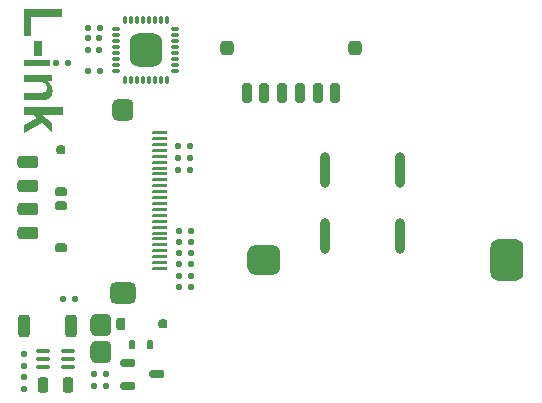
<source format=gts>
G04*
G04 #@! TF.GenerationSoftware,Altium Limited,Altium Designer,20.0.13 (296)*
G04*
G04 Layer_Color=8388736*
%FSLAX25Y25*%
%MOIN*%
G70*
G01*
G75*
G04:AMPARAMS|DCode=21|XSize=40mil|YSize=74mil|CornerRadius=10mil|HoleSize=0mil|Usage=FLASHONLY|Rotation=180.000|XOffset=0mil|YOffset=0mil|HoleType=Round|Shape=RoundedRectangle|*
%AMROUNDEDRECTD21*
21,1,0.04000,0.05400,0,0,180.0*
21,1,0.02000,0.07400,0,0,180.0*
1,1,0.02000,-0.01000,0.02700*
1,1,0.02000,0.01000,0.02700*
1,1,0.02000,0.01000,-0.02700*
1,1,0.02000,-0.01000,-0.02700*
%
%ADD21ROUNDEDRECTD21*%
G04:AMPARAMS|DCode=22|XSize=110mil|YSize=140mil|CornerRadius=27.5mil|HoleSize=0mil|Usage=FLASHONLY|Rotation=0.000|XOffset=0mil|YOffset=0mil|HoleType=Round|Shape=RoundedRectangle|*
%AMROUNDEDRECTD22*
21,1,0.11000,0.08500,0,0,0.0*
21,1,0.05500,0.14000,0,0,0.0*
1,1,0.05500,0.02750,-0.04250*
1,1,0.05500,-0.02750,-0.04250*
1,1,0.05500,-0.02750,0.04250*
1,1,0.05500,0.02750,0.04250*
%
%ADD22ROUNDEDRECTD22*%
G04:AMPARAMS|DCode=23|XSize=110mil|YSize=100mil|CornerRadius=25mil|HoleSize=0mil|Usage=FLASHONLY|Rotation=0.000|XOffset=0mil|YOffset=0mil|HoleType=Round|Shape=RoundedRectangle|*
%AMROUNDEDRECTD23*
21,1,0.11000,0.05000,0,0,0.0*
21,1,0.06000,0.10000,0,0,0.0*
1,1,0.05000,0.03000,-0.02500*
1,1,0.05000,-0.03000,-0.02500*
1,1,0.05000,-0.03000,0.02500*
1,1,0.05000,0.03000,0.02500*
%
%ADD23ROUNDEDRECTD23*%
G04:AMPARAMS|DCode=24|XSize=20mil|YSize=20mil|CornerRadius=5mil|HoleSize=0mil|Usage=FLASHONLY|Rotation=270.000|XOffset=0mil|YOffset=0mil|HoleType=Round|Shape=RoundedRectangle|*
%AMROUNDEDRECTD24*
21,1,0.02000,0.01000,0,0,270.0*
21,1,0.01000,0.02000,0,0,270.0*
1,1,0.01000,-0.00500,-0.00500*
1,1,0.01000,-0.00500,0.00500*
1,1,0.01000,0.00500,0.00500*
1,1,0.01000,0.00500,-0.00500*
%
%ADD24ROUNDEDRECTD24*%
G04:AMPARAMS|DCode=25|XSize=23.62mil|YSize=50mil|CornerRadius=5.91mil|HoleSize=0mil|Usage=FLASHONLY|Rotation=90.000|XOffset=0mil|YOffset=0mil|HoleType=Round|Shape=RoundedRectangle|*
%AMROUNDEDRECTD25*
21,1,0.02362,0.03819,0,0,90.0*
21,1,0.01181,0.05000,0,0,90.0*
1,1,0.01181,0.01909,0.00591*
1,1,0.01181,0.01909,-0.00591*
1,1,0.01181,-0.01909,-0.00591*
1,1,0.01181,-0.01909,0.00591*
%
%ADD25ROUNDEDRECTD25*%
G04:AMPARAMS|DCode=26|XSize=51.18mil|YSize=35.43mil|CornerRadius=8.86mil|HoleSize=0mil|Usage=FLASHONLY|Rotation=270.000|XOffset=0mil|YOffset=0mil|HoleType=Round|Shape=RoundedRectangle|*
%AMROUNDEDRECTD26*
21,1,0.05118,0.01772,0,0,270.0*
21,1,0.03347,0.03543,0,0,270.0*
1,1,0.01772,-0.00886,-0.01673*
1,1,0.01772,-0.00886,0.01673*
1,1,0.01772,0.00886,0.01673*
1,1,0.01772,0.00886,-0.01673*
%
%ADD26ROUNDEDRECTD26*%
G04:AMPARAMS|DCode=27|XSize=20mil|YSize=20mil|CornerRadius=5mil|HoleSize=0mil|Usage=FLASHONLY|Rotation=180.000|XOffset=0mil|YOffset=0mil|HoleType=Round|Shape=RoundedRectangle|*
%AMROUNDEDRECTD27*
21,1,0.02000,0.01000,0,0,180.0*
21,1,0.01000,0.02000,0,0,180.0*
1,1,0.01000,-0.00500,0.00500*
1,1,0.01000,0.00500,0.00500*
1,1,0.01000,0.00500,-0.00500*
1,1,0.01000,-0.00500,-0.00500*
%
%ADD27ROUNDEDRECTD27*%
G04:AMPARAMS|DCode=28|XSize=46mil|YSize=14mil|CornerRadius=3.5mil|HoleSize=0mil|Usage=FLASHONLY|Rotation=0.000|XOffset=0mil|YOffset=0mil|HoleType=Round|Shape=RoundedRectangle|*
%AMROUNDEDRECTD28*
21,1,0.04600,0.00700,0,0,0.0*
21,1,0.03900,0.01400,0,0,0.0*
1,1,0.00700,0.01950,-0.00350*
1,1,0.00700,-0.01950,-0.00350*
1,1,0.00700,-0.01950,0.00350*
1,1,0.00700,0.01950,0.00350*
%
%ADD28ROUNDEDRECTD28*%
G04:AMPARAMS|DCode=29|XSize=30mil|YSize=22mil|CornerRadius=5.5mil|HoleSize=0mil|Usage=FLASHONLY|Rotation=90.000|XOffset=0mil|YOffset=0mil|HoleType=Round|Shape=RoundedRectangle|*
%AMROUNDEDRECTD29*
21,1,0.03000,0.01100,0,0,90.0*
21,1,0.01900,0.02200,0,0,90.0*
1,1,0.01100,0.00550,0.00950*
1,1,0.01100,0.00550,-0.00950*
1,1,0.01100,-0.00550,-0.00950*
1,1,0.01100,-0.00550,0.00950*
%
%ADD29ROUNDEDRECTD29*%
G04:AMPARAMS|DCode=30|XSize=75mil|YSize=70mil|CornerRadius=17.5mil|HoleSize=0mil|Usage=FLASHONLY|Rotation=90.000|XOffset=0mil|YOffset=0mil|HoleType=Round|Shape=RoundedRectangle|*
%AMROUNDEDRECTD30*
21,1,0.07500,0.03500,0,0,90.0*
21,1,0.04000,0.07000,0,0,90.0*
1,1,0.03500,0.01750,0.02000*
1,1,0.03500,0.01750,-0.02000*
1,1,0.03500,-0.01750,-0.02000*
1,1,0.03500,-0.01750,0.02000*
%
%ADD30ROUNDEDRECTD30*%
G04:AMPARAMS|DCode=31|XSize=30mil|YSize=40mil|CornerRadius=7.5mil|HoleSize=0mil|Usage=FLASHONLY|Rotation=180.000|XOffset=0mil|YOffset=0mil|HoleType=Round|Shape=RoundedRectangle|*
%AMROUNDEDRECTD31*
21,1,0.03000,0.02500,0,0,180.0*
21,1,0.01500,0.04000,0,0,180.0*
1,1,0.01500,-0.00750,0.01250*
1,1,0.01500,0.00750,0.01250*
1,1,0.01500,0.00750,-0.01250*
1,1,0.01500,-0.00750,-0.01250*
%
%ADD31ROUNDEDRECTD31*%
G04:AMPARAMS|DCode=32|XSize=30mil|YSize=30mil|CornerRadius=7.5mil|HoleSize=0mil|Usage=FLASHONLY|Rotation=180.000|XOffset=0mil|YOffset=0mil|HoleType=Round|Shape=RoundedRectangle|*
%AMROUNDEDRECTD32*
21,1,0.03000,0.01500,0,0,180.0*
21,1,0.01500,0.03000,0,0,180.0*
1,1,0.01500,-0.00750,0.00750*
1,1,0.01500,0.00750,0.00750*
1,1,0.01500,0.00750,-0.00750*
1,1,0.01500,-0.00750,-0.00750*
%
%ADD32ROUNDEDRECTD32*%
G04:AMPARAMS|DCode=33|XSize=30mil|YSize=40mil|CornerRadius=7.5mil|HoleSize=0mil|Usage=FLASHONLY|Rotation=270.000|XOffset=0mil|YOffset=0mil|HoleType=Round|Shape=RoundedRectangle|*
%AMROUNDEDRECTD33*
21,1,0.03000,0.02500,0,0,270.0*
21,1,0.01500,0.04000,0,0,270.0*
1,1,0.01500,-0.01250,-0.00750*
1,1,0.01500,-0.01250,0.00750*
1,1,0.01500,0.01250,0.00750*
1,1,0.01500,0.01250,-0.00750*
%
%ADD33ROUNDEDRECTD33*%
G04:AMPARAMS|DCode=34|XSize=30mil|YSize=30mil|CornerRadius=7.5mil|HoleSize=0mil|Usage=FLASHONLY|Rotation=270.000|XOffset=0mil|YOffset=0mil|HoleType=Round|Shape=RoundedRectangle|*
%AMROUNDEDRECTD34*
21,1,0.03000,0.01500,0,0,270.0*
21,1,0.01500,0.03000,0,0,270.0*
1,1,0.01500,-0.00750,-0.00750*
1,1,0.01500,-0.00750,0.00750*
1,1,0.01500,0.00750,0.00750*
1,1,0.01500,0.00750,-0.00750*
%
%ADD34ROUNDEDRECTD34*%
G04:AMPARAMS|DCode=35|XSize=39.37mil|YSize=70mil|CornerRadius=9.84mil|HoleSize=0mil|Usage=FLASHONLY|Rotation=270.000|XOffset=0mil|YOffset=0mil|HoleType=Round|Shape=RoundedRectangle|*
%AMROUNDEDRECTD35*
21,1,0.03937,0.05031,0,0,270.0*
21,1,0.01968,0.07000,0,0,270.0*
1,1,0.01968,-0.02516,-0.00984*
1,1,0.01968,-0.02516,0.00984*
1,1,0.01968,0.02516,0.00984*
1,1,0.01968,0.02516,-0.00984*
%
%ADD35ROUNDEDRECTD35*%
G04:AMPARAMS|DCode=36|XSize=106.3mil|YSize=110.24mil|CornerRadius=26.57mil|HoleSize=0mil|Usage=FLASHONLY|Rotation=0.000|XOffset=0mil|YOffset=0mil|HoleType=Round|Shape=RoundedRectangle|*
%AMROUNDEDRECTD36*
21,1,0.10630,0.05709,0,0,0.0*
21,1,0.05315,0.11024,0,0,0.0*
1,1,0.05315,0.02657,-0.02854*
1,1,0.05315,-0.02657,-0.02854*
1,1,0.05315,-0.02657,0.02854*
1,1,0.05315,0.02657,0.02854*
%
%ADD36ROUNDEDRECTD36*%
G04:AMPARAMS|DCode=37|XSize=11.81mil|YSize=23.62mil|CornerRadius=2.95mil|HoleSize=0mil|Usage=FLASHONLY|Rotation=90.000|XOffset=0mil|YOffset=0mil|HoleType=Round|Shape=RoundedRectangle|*
%AMROUNDEDRECTD37*
21,1,0.01181,0.01772,0,0,90.0*
21,1,0.00591,0.02362,0,0,90.0*
1,1,0.00591,0.00886,0.00295*
1,1,0.00591,0.00886,-0.00295*
1,1,0.00591,-0.00886,-0.00295*
1,1,0.00591,-0.00886,0.00295*
%
%ADD37ROUNDEDRECTD37*%
G04:AMPARAMS|DCode=38|XSize=11.81mil|YSize=23.62mil|CornerRadius=2.95mil|HoleSize=0mil|Usage=FLASHONLY|Rotation=180.000|XOffset=0mil|YOffset=0mil|HoleType=Round|Shape=RoundedRectangle|*
%AMROUNDEDRECTD38*
21,1,0.01181,0.01772,0,0,180.0*
21,1,0.00591,0.02362,0,0,180.0*
1,1,0.00591,-0.00295,0.00886*
1,1,0.00591,0.00295,0.00886*
1,1,0.00591,0.00295,-0.00886*
1,1,0.00591,-0.00295,-0.00886*
%
%ADD38ROUNDEDRECTD38*%
G04:AMPARAMS|DCode=39|XSize=50mil|YSize=10mil|CornerRadius=2.5mil|HoleSize=0mil|Usage=FLASHONLY|Rotation=0.000|XOffset=0mil|YOffset=0mil|HoleType=Round|Shape=RoundedRectangle|*
%AMROUNDEDRECTD39*
21,1,0.05000,0.00500,0,0,0.0*
21,1,0.04500,0.01000,0,0,0.0*
1,1,0.00500,0.02250,-0.00250*
1,1,0.00500,-0.02250,-0.00250*
1,1,0.00500,-0.02250,0.00250*
1,1,0.00500,0.02250,0.00250*
%
%ADD39ROUNDEDRECTD39*%
G04:AMPARAMS|DCode=40|XSize=86mil|YSize=72mil|CornerRadius=18mil|HoleSize=0mil|Usage=FLASHONLY|Rotation=180.000|XOffset=0mil|YOffset=0mil|HoleType=Round|Shape=RoundedRectangle|*
%AMROUNDEDRECTD40*
21,1,0.08600,0.03600,0,0,180.0*
21,1,0.05000,0.07200,0,0,180.0*
1,1,0.03600,-0.02500,0.01800*
1,1,0.03600,0.02500,0.01800*
1,1,0.03600,0.02500,-0.01800*
1,1,0.03600,-0.02500,-0.01800*
%
%ADD40ROUNDEDRECTD40*%
G04:AMPARAMS|DCode=41|XSize=70mil|YSize=72mil|CornerRadius=17.5mil|HoleSize=0mil|Usage=FLASHONLY|Rotation=180.000|XOffset=0mil|YOffset=0mil|HoleType=Round|Shape=RoundedRectangle|*
%AMROUNDEDRECTD41*
21,1,0.07000,0.03700,0,0,180.0*
21,1,0.03500,0.07200,0,0,180.0*
1,1,0.03500,-0.01750,0.01850*
1,1,0.03500,0.01750,0.01850*
1,1,0.03500,0.01750,-0.01850*
1,1,0.03500,-0.01750,-0.01850*
%
%ADD41ROUNDEDRECTD41*%
%ADD42R,0.08517X0.02400*%
G04:AMPARAMS|DCode=43|XSize=31.62mil|YSize=67.06mil|CornerRadius=9.91mil|HoleSize=0mil|Usage=FLASHONLY|Rotation=180.000|XOffset=0mil|YOffset=0mil|HoleType=Round|Shape=RoundedRectangle|*
%AMROUNDEDRECTD43*
21,1,0.03162,0.04724,0,0,180.0*
21,1,0.01181,0.06706,0,0,180.0*
1,1,0.01981,-0.00591,0.02362*
1,1,0.01981,0.00591,0.02362*
1,1,0.01981,0.00591,-0.02362*
1,1,0.01981,-0.00591,-0.02362*
%
%ADD43ROUNDEDRECTD43*%
G04:AMPARAMS|DCode=44|XSize=47.37mil|YSize=47.37mil|CornerRadius=13.84mil|HoleSize=0mil|Usage=FLASHONLY|Rotation=180.000|XOffset=0mil|YOffset=0mil|HoleType=Round|Shape=RoundedRectangle|*
%AMROUNDEDRECTD44*
21,1,0.04737,0.01968,0,0,180.0*
21,1,0.01968,0.04737,0,0,180.0*
1,1,0.02769,-0.00984,0.00984*
1,1,0.02769,0.00984,0.00984*
1,1,0.02769,0.00984,-0.00984*
1,1,0.02769,-0.00984,-0.00984*
%
%ADD44ROUNDEDRECTD44*%
%ADD45O,0.03150X0.11811*%
G36*
X16609Y127812D02*
X6067D01*
Y121392D01*
X3900D01*
Y130407D01*
X16609D01*
Y127812D01*
D02*
G37*
G36*
X9778Y115021D02*
X7315D01*
Y119849D01*
X9778D01*
Y115021D01*
D02*
G37*
G36*
X13194Y106368D02*
X11814D01*
X11831Y106351D01*
X11880Y106319D01*
X11962Y106237D01*
X12061Y106154D01*
X12176Y106023D01*
X12307Y105892D01*
X12455Y105711D01*
X12603Y105530D01*
X12750Y105317D01*
X12898Y105087D01*
X13029Y104841D01*
X13145Y104562D01*
X13243Y104282D01*
X13325Y103971D01*
X13374Y103658D01*
X13391Y103314D01*
Y103182D01*
X13374Y103018D01*
X13358Y102821D01*
X13325Y102591D01*
X13259Y102329D01*
X13194Y102082D01*
X13095Y101820D01*
X13079Y101787D01*
X13046Y101705D01*
X12980Y101590D01*
X12898Y101442D01*
X12783Y101278D01*
X12652Y101113D01*
X12504Y100949D01*
X12340Y100802D01*
X12324Y100785D01*
X12258Y100752D01*
X12159Y100687D01*
X12044Y100604D01*
X11880Y100539D01*
X11716Y100457D01*
X11519Y100391D01*
X11305Y100325D01*
X11273D01*
X11207Y100309D01*
X11075Y100276D01*
X10879Y100243D01*
X10649Y100227D01*
X10369Y100194D01*
X10041Y100178D01*
X9663D01*
X3900D01*
Y102640D01*
X8629D01*
X8645D01*
X8695D01*
X8777D01*
X8875D01*
X8990D01*
X9138D01*
X9433Y102657D01*
X9778Y102673D01*
X10090Y102706D01*
X10238Y102723D01*
X10369Y102755D01*
X10484Y102772D01*
X10583Y102805D01*
X10599D01*
X10649Y102838D01*
X10731Y102870D01*
X10829Y102936D01*
X10944Y103002D01*
X11059Y103100D01*
X11174Y103199D01*
X11273Y103330D01*
X11289Y103347D01*
X11305Y103396D01*
X11355Y103462D01*
X11404Y103560D01*
X11437Y103691D01*
X11486Y103823D01*
X11502Y103987D01*
X11519Y104168D01*
Y104282D01*
X11502Y104397D01*
X11470Y104545D01*
X11437Y104726D01*
X11371Y104923D01*
X11273Y105120D01*
X11158Y105317D01*
X11141Y105333D01*
X11092Y105399D01*
X11026Y105481D01*
X10911Y105596D01*
X10780Y105711D01*
X10632Y105826D01*
X10435Y105924D01*
X10238Y106007D01*
X10205D01*
X10123Y106039D01*
X10058Y106056D01*
X9975D01*
X9877Y106072D01*
X9762Y106089D01*
X9614Y106105D01*
X9466Y106122D01*
X9286Y106138D01*
X9089Y106154D01*
X8875Y106171D01*
X8645D01*
X8383Y106187D01*
X8104D01*
X3900D01*
Y108650D01*
X13194D01*
Y106368D01*
D02*
G37*
G36*
X16724Y95317D02*
X9910D01*
X13194Y92460D01*
Y89439D01*
X9795Y92608D01*
X3900Y89209D01*
Y91853D01*
X8071Y94184D01*
X6872Y95317D01*
X3900D01*
Y97780D01*
X16724D01*
Y95317D01*
D02*
G37*
D21*
X4000Y24900D02*
D03*
X19600D02*
D03*
D22*
X164900Y47000D02*
D03*
D23*
X83900D02*
D03*
D24*
X21000Y33900D02*
D03*
X17000D02*
D03*
X31100Y4700D02*
D03*
X27100D02*
D03*
X31100Y8700D02*
D03*
X27100D02*
D03*
X59300Y80900D02*
D03*
X55300D02*
D03*
X55550Y56400D02*
D03*
X59550D02*
D03*
X25100Y109800D02*
D03*
X29100D02*
D03*
X25100Y124200D02*
D03*
X29100D02*
D03*
X18500Y112400D02*
D03*
X14500D02*
D03*
X55300Y85000D02*
D03*
X59300D02*
D03*
X55300Y76800D02*
D03*
X59300D02*
D03*
X55550Y52720D02*
D03*
X59550D02*
D03*
X55550Y49040D02*
D03*
X59550D02*
D03*
X55550Y45360D02*
D03*
X59550D02*
D03*
X55550Y41680D02*
D03*
X59550D02*
D03*
X55550Y38000D02*
D03*
X59550D02*
D03*
D25*
X48206Y8700D02*
D03*
X38394Y4960D02*
D03*
Y12440D02*
D03*
D26*
X18434Y5100D02*
D03*
X10166D02*
D03*
D27*
X3900Y7800D02*
D03*
Y3800D02*
D03*
X4000Y15600D02*
D03*
Y11600D02*
D03*
X28900Y120800D02*
D03*
Y116800D02*
D03*
X25300Y120800D02*
D03*
Y116800D02*
D03*
D28*
X10300Y16400D02*
D03*
Y13800D02*
D03*
Y11200D02*
D03*
X18500D02*
D03*
Y13800D02*
D03*
Y16400D02*
D03*
D29*
X39900Y18600D02*
D03*
X45900D02*
D03*
D30*
X29400Y25128D02*
D03*
Y16072D02*
D03*
D31*
X36100Y25400D02*
D03*
D32*
X50100D02*
D03*
D33*
X16300Y69500D02*
D03*
Y51000D02*
D03*
Y65000D02*
D03*
D34*
Y83500D02*
D03*
D35*
X5100Y63726D02*
D03*
Y55852D02*
D03*
Y71600D02*
D03*
Y79474D02*
D03*
D36*
X44400Y116700D02*
D03*
D37*
X34400Y109700D02*
D03*
Y111700D02*
D03*
Y113700D02*
D03*
Y115700D02*
D03*
Y117700D02*
D03*
Y119700D02*
D03*
Y123700D02*
D03*
Y121700D02*
D03*
X54300Y123700D02*
D03*
Y121700D02*
D03*
Y119700D02*
D03*
Y117700D02*
D03*
Y115700D02*
D03*
Y113700D02*
D03*
Y109700D02*
D03*
Y111700D02*
D03*
D38*
X51400Y106700D02*
D03*
X49400D02*
D03*
X47400D02*
D03*
X45400D02*
D03*
X43400D02*
D03*
X41400D02*
D03*
X37400D02*
D03*
X39400D02*
D03*
X51400Y126700D02*
D03*
X49400D02*
D03*
X47400D02*
D03*
X45400D02*
D03*
X43400D02*
D03*
X41400D02*
D03*
X37400D02*
D03*
X39400D02*
D03*
D39*
X49198Y43862D02*
D03*
Y45831D02*
D03*
Y47799D02*
D03*
Y49768D02*
D03*
Y51736D02*
D03*
Y53705D02*
D03*
Y55673D02*
D03*
Y57642D02*
D03*
Y59610D02*
D03*
Y61579D02*
D03*
Y63547D02*
D03*
Y65516D02*
D03*
Y67484D02*
D03*
Y69453D02*
D03*
Y71421D02*
D03*
Y73390D02*
D03*
Y75358D02*
D03*
Y77327D02*
D03*
Y79295D02*
D03*
Y81264D02*
D03*
Y83232D02*
D03*
Y85201D02*
D03*
Y87169D02*
D03*
Y89138D02*
D03*
D40*
X36800Y36000D02*
D03*
D41*
Y97000D02*
D03*
D42*
X8158Y112400D02*
D03*
D43*
X95800Y102500D02*
D03*
X89894D02*
D03*
X107611D02*
D03*
X101706D02*
D03*
X83989D02*
D03*
X78083D02*
D03*
D44*
X114111Y117642D02*
D03*
X71583D02*
D03*
D45*
X104300Y55000D02*
D03*
X129100D02*
D03*
Y76800D02*
D03*
X104300D02*
D03*
M02*

</source>
